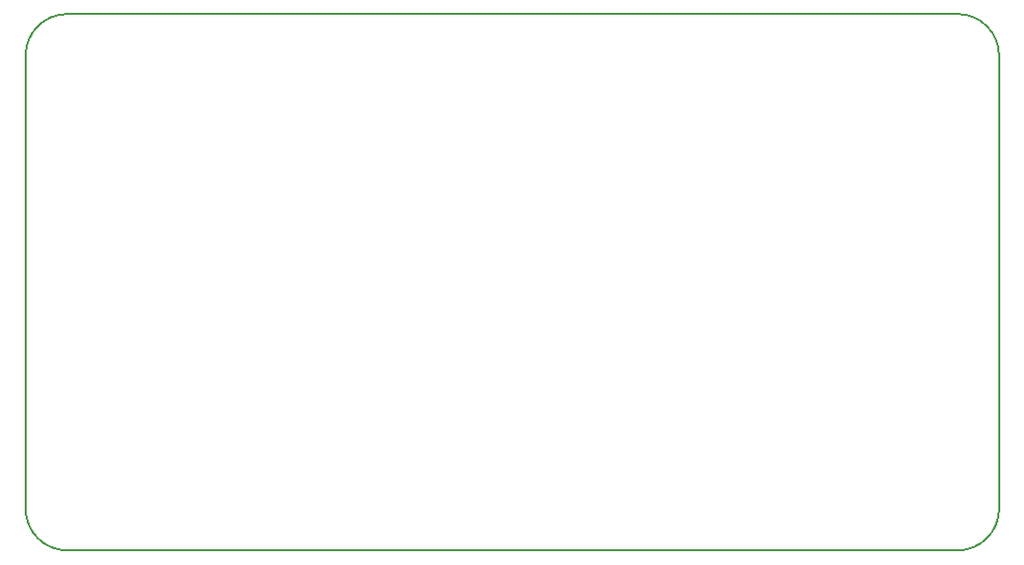
<source format=gko>
G04 #@! TF.GenerationSoftware,KiCad,Pcbnew,(2018-01-30 revision 342197bb3)-makepkg*
G04 #@! TF.CreationDate,2019-02-26T10:02:36-05:00*
G04 #@! TF.ProjectId,AAMB,41414D422E6B696361645F7063620000,rev?*
G04 #@! TF.SameCoordinates,Original*
G04 #@! TF.FileFunction,Profile,NP*
%FSLAX46Y46*%
G04 Gerber Fmt 4.6, Leading zero omitted, Abs format (unit mm)*
G04 Created by KiCad (PCBNEW (2018-01-30 revision 342197bb3)-makepkg) date 02/26/19 10:02:36*
%MOMM*%
%LPD*%
G01*
G04 APERTURE LIST*
%ADD10C,0.200000*%
G04 APERTURE END LIST*
D10*
X205232000Y-96012000D02*
G75*
G02X201676000Y-99568000I-3556000J0D01*
G01*
X205232000Y-57150000D02*
G75*
G03X201676000Y-53594000I-3556000J0D01*
G01*
X125476000Y-53594000D02*
G75*
G03X121920000Y-57150000I0J-3556000D01*
G01*
X121920000Y-96012000D02*
G75*
G03X125476000Y-99568000I3556000J0D01*
G01*
X121920000Y-96012000D02*
X121920000Y-57150000D01*
X201676000Y-99568000D02*
X125476000Y-99568000D01*
X205232000Y-57150000D02*
X205232000Y-96012000D01*
X125476000Y-53594000D02*
X201676000Y-53594000D01*
M02*

</source>
